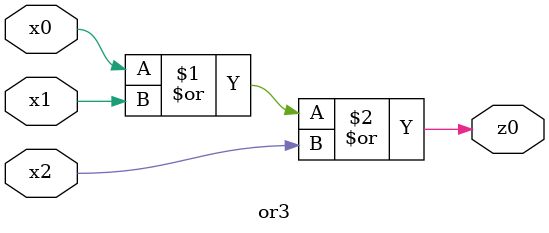
<source format=v>

module or3(x0, x1, x2, z0);

// inputs and output
input x0, x1, x2;
output z0;

// define signals
wire x0, x1, x2;
wire z0;

// continuous assign
assign z0 = x0 | x1 | x2;

endmodule
</source>
